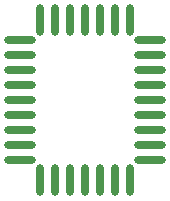
<source format=gbr>
%TF.GenerationSoftware,KiCad,Pcbnew,7.0.1*%
%TF.CreationDate,2023-07-22T00:41:28+01:00*%
%TF.ProjectId,pcb,7063622e-6b69-4636-9164-5f7063625858,rev?*%
%TF.SameCoordinates,Original*%
%TF.FileFunction,Paste,Top*%
%TF.FilePolarity,Positive*%
%FSLAX46Y46*%
G04 Gerber Fmt 4.6, Leading zero omitted, Abs format (unit mm)*
G04 Created by KiCad (PCBNEW 7.0.1) date 2023-07-22 00:41:28*
%MOMM*%
%LPD*%
G01*
G04 APERTURE LIST*
%ADD10O,0.701040X2.700020*%
%ADD11O,2.700020X0.701040*%
G04 APERTURE END LIST*
D10*
%TO.C,PLCC32*%
X144780000Y-115570000D03*
X146050000Y-115570000D03*
X147320000Y-115570000D03*
X148590000Y-115570000D03*
D11*
X150279100Y-113880900D03*
X150279100Y-112610900D03*
X150279100Y-111340900D03*
X150279100Y-110070900D03*
X150279100Y-108800900D03*
X150279100Y-107530900D03*
X150279100Y-106260900D03*
X150279100Y-104990900D03*
X150279100Y-103720900D03*
D10*
X148590000Y-102031800D03*
X147320000Y-102031800D03*
X146050000Y-102031800D03*
X144780000Y-102031800D03*
X143510000Y-102031800D03*
X142240000Y-102031800D03*
X140970000Y-102031800D03*
D11*
X139280900Y-103720900D03*
X139280900Y-104990900D03*
X139280900Y-106260900D03*
X139280900Y-107530900D03*
X139280900Y-108800900D03*
X139280900Y-110070900D03*
X139280900Y-111340900D03*
X139280900Y-112610900D03*
X139280900Y-113880900D03*
D10*
X140970000Y-115570000D03*
X142240000Y-115570000D03*
X143510000Y-115570000D03*
%TD*%
M02*

</source>
